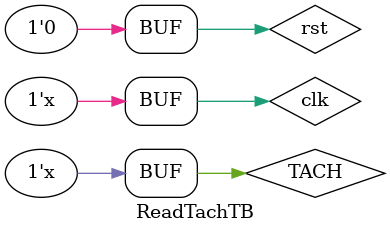
<source format=sv>
`timescale 1ns / 1ps


module ReadTachTB;

logic rst;
logic clk; 
logic TACH;
wire RPM;
wire [15:0] led;

// Initate Unit Under Test
readTACH uut(.TACH(TACH),.rst(rst),.clk(clk),.RPM(RPM),.led(led));

// Create TACH and Clock Signal
always begin
    #1 clk = ~clk;
    #100000 TACH = ~TACH;
end


initial begin
    
    clk = 0;
    TACH = 0;
    rst = 1;
    // Wait for global reset
    #50 rst = 0;
    
/*    #2500 in_raw = 1; 
    #500 in_raw = 0;
    #500 in_raw = 1;        
    #400 in_raw = 0;
    #500 in_raw = 1;  
    #500 in_raw = 0;
    #500 in_raw = 1;  
*/
end    
endmodule

</source>
